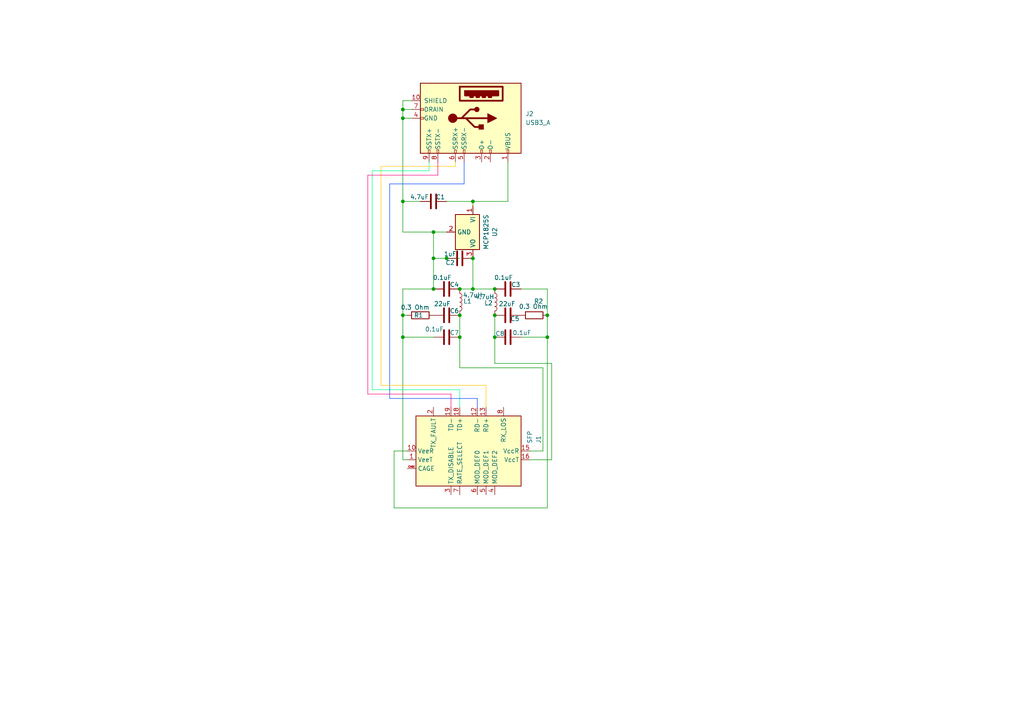
<source format=kicad_sch>
(kicad_sch (version 20250114) (generator "eeschema") (generator_version "9.0")
  (paper "A4")
  (title_block (title "USB_3.0 SFP adapter") (date "2025-07-19") (rev "1.0") (comment 1 "Chris Mayak"))
  (lib_symbols
    (symbol "Connector:USB3_A" (pin_names (offset 1.016))
      (property "Reference" "J" (at -10.16 15.24 0))
      (property "Value" "USB3_A" (at 10.16 15.24 0))
      (symbol "USB3_A_0_0"
        (rectangle (start -9.144 8.636) (end -5.08 -3.81) (stroke (width 0.508)))
        (rectangle (start -7.874 7.366) (end -6.604 -2.286) (stroke (width 0.508)) (fill (type outline)))
        (rectangle (start -6.35 5.334) (end -6.096 4.572) (stroke (width 0.508)))
        (rectangle (start -6.35 3.556) (end -6.096 2.794) (stroke (width 0.508)))
        (rectangle (start -6.35 1.778) (end -6.096 1.016) (stroke (width 0.508)))
        (rectangle (start -6.35 0) (end -6.096 -0.762) (stroke (width 0.508)))
        (rectangle (start -2.794 -15.24) (end -2.286 -14.224))
        (rectangle (start -0.254 -15.24) (end 0.254 -14.224))
        (rectangle (start 10.16 10.414) (end 9.144 9.906))
        (rectangle (start 10.16 5.334) (end 9.144 4.826))
        (rectangle (start 10.16 2.794) (end 9.144 2.286))
        (rectangle (start 10.16 -2.286) (end 9.144 -2.794))
        (rectangle (start 10.16 -4.826) (end 9.144 -5.334))
        (rectangle (start 10.16 -9.906) (end 9.144 -10.414))
        (rectangle (start 10.16 -12.446) (end 9.144 -12.954))
      )
      (symbol "USB3_A_0_1"
        (rectangle (start -10.16 13.97) (end 10.16 -15.24) (stroke (width 0.254)) (fill (type background)))
      )
      (symbol "USB3_A_1_1"
        (circle (center -2.54 1.143) (radius 0.635) (stroke (width 0.254)) (fill (type outline)))
        (polyline (pts (xy -1.27 4.318) (xy 0 6.858) (xy 1.27 4.318) (xy -1.27 4.318)) (stroke (width 0.254)) (fill (type outline)))
        (polyline (pts (xy 0 -2.032) (xy 2.54 0.508) (xy 2.54 1.778)) (stroke (width 0.508)))
        (polyline (pts (xy 0 -3.302) (xy -2.54 -0.762) (xy -2.54 0.508)) (stroke (width 0.508)))
        (polyline (pts (xy 0 -5.842) (xy 0 4.318)) (stroke (width 0.508)))
        (circle (center 0 -5.842) (radius 1.27) (fill (type outline)))
        (rectangle (start 1.905 1.778) (end 3.175 3.048) (stroke (width 0.254)) (fill (type outline)))
        (pin passive line (at -5.08 -17.78 90) (length 2.54) (name "SHIELD") (number "10"))
        (pin passive line (at -2.54 -17.78 90) (length 2.54) (name "DRAIN") (number "7"))
        (pin power_in line (at 0 -17.78 90) (length 2.54) (name "GND") (number "4"))
        (pin power_in line (at 12.7 10.16 180) (length 2.54) (name "VBUS") (number "1"))
        (pin bidirectional line (at 12.7 5.08 180) (length 2.54) (name "D-") (number "2"))
        (pin bidirectional line (at 12.7 2.54 180) (length 2.54) (name "D+") (number "3"))
        (pin output line (at 12.7 -2.54 180) (length 2.54) (name "SSRX-") (number "5"))
        (pin output line (at 12.7 -5.08 180) (length 2.54) (name "SSRX+") (number "6"))
        (pin input line (at 12.7 -10.16 180) (length 2.54) (name "SSTX-") (number "8"))
        (pin input line (at 12.7 -12.7 180) (length 2.54) (name "SSTX+") (number "9"))
      )
    )
    (symbol "Device:C" (pin_numbers (hide yes)) (pin_names (offset 0.254))
      (property "Reference" "C" (at 0.635 2.54 0))
      (property "Value" "C" (at 0.635 -2.54 0))
      (symbol "C_0_1"
        (polyline (pts (xy -2.032 0.762) (xy 2.032 0.762)) (stroke (width 0.508)))
        (polyline (pts (xy -2.032 -0.762) (xy 2.032 -0.762)) (stroke (width 0.508)))
      )
      (symbol "C_1_1"
        (pin passive line (at 0 3.81 270) (length 2.794) (name "~") (number "1"))
        (pin passive line (at 0 -3.81 90) (length 2.794) (name "~") (number "2"))
      )
    )
    (symbol "Device:L" (pin_numbers (hide yes)) (pin_names (offset 1.016) (hide yes))
      (property "Reference" "L" (at -1.27 0 90))
      (property "Value" "L" (at 1.905 0 90))
      (symbol "L_0_1"
        (arc (start 0 2.54) (mid 0.6323 1.905) (end 0 1.27))
        (arc (start 0 1.27) (mid 0.6323 0.635) (end 0 0))
        (arc (start 0 0) (mid 0.6323 -0.635) (end 0 -1.27))
        (arc (start 0 -1.27) (mid 0.6323 -1.905) (end 0 -2.54))
      )
      (symbol "L_1_1"
        (pin passive line (at 0 3.81 270) (length 1.27) (name "1") (number "1"))
        (pin passive line (at 0 -3.81 90) (length 1.27) (name "2") (number "2"))
      )
    )
    (symbol "Device:R" (pin_numbers (hide yes)) (pin_names (offset 0))
      (property "Reference" "R" (at 2.032 0 90))
      (property "Value" "R" (at 0 0 90))
      (symbol "R_0_1"
        (rectangle (start -1.016 -2.54) (end 1.016 2.54) (stroke (width 0.254)))
      )
      (symbol "R_1_1"
        (pin passive line (at 0 3.81 270) (length 1.27) (name "~") (number "1"))
        (pin passive line (at 0 -3.81 90) (length 1.27) (name "~") (number "2"))
      )
    )
    (symbol "Interface_Optical:SFP"
      (property "Reference" "J" (at -8.89 16.51 0))
      (property "Value" "SFP" (at 11.43 16.51 0))
      (symbol "SFP_0_0"
        (rectangle (start -10.16 15.24) (end 10.16 -15.24) (stroke (width 0.254)) (fill (type background)))
      )
      (symbol "SFP_1_1"
        (pin bidirectional line (at -12.7 7.62 0) (length 2.54) (name "MOD_DEF2") (number "4"))
        (pin input line (at -12.7 5.08 0) (length 2.54) (name "MOD_DEF1") (number "5"))
        (pin passive line (at -12.7 2.54 0) (length 2.54) (name "MOD_DEF0") (number "6"))
        (pin input line (at -12.7 -2.54 0) (length 2.54) (name "RATE_SELECT") (number "7"))
        (pin input line (at -12.7 -5.08 0) (length 2.54) (name "TX_DISABLE") (number "3"))
        (pin passive line (at -5.08 -17.78 90) (length 2.54) (name "CAGE") (number "CAGE"))
        (pin power_in line (at -2.54 17.78 270) (length 2.54) (name "VccT") (number "16"))
        (pin power_in line (at -2.54 -17.78 90) (length 2.54) (name "VeeT") (number "1"))
        (pin passive line (at -2.54 -17.78 90) (length 2.54) (hide yes) (name "VeeT") (number "17"))
        (pin passive line (at -2.54 -17.78 90) (length 2.54) (hide yes) (name "VeeT") (number "20"))
        (pin power_in line (at 0 17.78 270) (length 2.54) (name "VccR") (number "15"))
        (pin power_in line (at 0 -17.78 90) (length 2.54) (name "VeeR") (number "10"))
        (pin passive line (at 0 -17.78 90) (length 2.54) (hide yes) (name "VeeR") (number "11"))
        (pin passive line (at 0 -17.78 90) (length 2.54) (hide yes) (name "VeeR") (number "14"))
        (pin passive line (at 0 -17.78 90) (length 2.54) (hide yes) (name "VeeR") (number "9"))
        (pin open_collector line (at 12.7 10.16 180) (length 2.54) (name "RX_LOS") (number "8"))
        (pin output line (at 12.7 5.08 180) (length 2.54) (name "RD+") (number "13"))
        (pin output line (at 12.7 2.54 180) (length 2.54) (name "RD-") (number "12"))
        (pin input line (at 12.7 -2.54 180) (length 2.54) (name "TD+") (number "18"))
        (pin input line (at 12.7 -5.08 180) (length 2.54) (name "TD-") (number "19"))
        (pin open_collector line (at 12.7 -10.16 180) (length 2.54) (name "TX_FAULT") (number "2"))
      )
    )
    (symbol "Regulator_Linear:MCP1825S"
      (property "Reference" "U" (at -3.81 3.175 0))
      (property "Value" "MCP1825S" (at 0 3.175 0))
      (symbol "MCP1825S_0_1"
        (rectangle (start -5.08 1.905) (end 5.08 -5.08) (stroke (width 0.254)) (fill (type background)))
      )
      (symbol "MCP1825S_1_1"
        (pin power_in line (at -7.62 0 0) (length 2.54) (name "VI") (number "1"))
        (pin power_in line (at 0 -7.62 90) (length 2.54) (name "GND") (number "2"))
        (pin power_out line (at 7.62 0 180) (length 2.54) (name "VO") (number "3"))
      )
    )
  )
  (junction (at 125.73 67.31))
  (junction (at 116.84 97.79))
  (junction (at 116.84 58.42))
  (junction (at 129.54 74.93))
  (junction (at 158.75 97.79))
  (junction (at 116.84 91.44))
  (junction (at 116.84 31.75))
  (junction (at 133.35 83.82))
  (junction (at 143.51 97.79))
  (junction (at 137.16 83.82))
  (junction (at 137.16 74.93))
  (junction (at 137.16 58.42))
  (junction (at 158.75 91.44))
  (junction (at 125.73 83.82))
  (junction (at 143.51 91.44))
  (junction (at 133.35 97.79))
  (junction (at 143.51 83.82))
  (junction (at 116.84 34.29))
  (junction (at 133.35 91.44))
  (junction (at 125.73 74.93))
  (wire (pts (xy 116.84 31.75) (xy 116.84 34.29)))
  (wire (pts (xy 118.11 91.44) (xy 116.84 91.44)))
  (wire (pts (xy 125.73 97.79) (xy 116.84 97.79)))
  (wire (pts (xy 140.97 111.76) (xy 110.49 111.76)) (stroke (width 0) (color 255 200 0 1)))
  (wire (pts (xy 130.81 114.3) (xy 106.68 114.3)) (stroke (width 0) (color 255 0 125 1)))
  (wire (pts (xy 158.75 97.79) (xy 158.75 91.44)))
  (wire (pts (xy 118.11 130.81) (xy 114.3 130.81)))
  (wire (pts (xy 106.68 50.8) (xy 127 50.8)) (stroke (width 0) (color 255 0 125 1)))
  (wire (pts (xy 107.95 113.03) (xy 107.95 49.53)) (stroke (width 0) (color 0 255 141 1)))
  (wire (pts (xy 130.81 118.11) (xy 130.81 114.3)) (stroke (width 0) (color 255 0 125 1)))
  (wire (pts (xy 116.84 29.21) (xy 119.38 29.21)))
  (wire (pts (xy 116.84 34.29) (xy 116.84 58.42)))
  (wire (pts (xy 124.46 49.53) (xy 124.46 46.99)) (stroke (width 0) (color 0 255 141 1)))
  (wire (pts (xy 129.54 58.42) (xy 137.16 58.42)))
  (wire (pts (xy 137.16 83.82) (xy 137.16 74.93)))
  (wire (pts (xy 114.3 130.81) (xy 114.3 147.32)))
  (wire (pts (xy 134.62 46.99) (xy 134.62 53.34)) (stroke (width 0) (color 0 70 255 1)))
  (wire (pts (xy 147.32 46.99) (xy 147.32 58.42)))
  (wire (pts (xy 125.73 67.31) (xy 116.84 67.31)))
  (wire (pts (xy 110.49 48.26) (xy 132.08 48.26)) (stroke (width 0) (color 255 200 0 1)))
  (wire (pts (xy 114.3 147.32) (xy 158.75 147.32)))
  (wire (pts (xy 158.75 147.32) (xy 158.75 97.79)))
  (wire (pts (xy 137.16 58.42) (xy 137.16 59.69)))
  (wire (pts (xy 160.02 133.35) (xy 153.67 133.35)))
  (wire (pts (xy 116.84 31.75) (xy 119.38 31.75)))
  (wire (pts (xy 113.03 115.57) (xy 138.43 115.57)) (stroke (width 0) (color 0 70 255 1)))
  (wire (pts (xy 160.02 105.41) (xy 160.02 133.35)))
  (wire (pts (xy 107.95 49.53) (xy 124.46 49.53)) (stroke (width 0) (color 0 255 141 1)))
  (wire (pts (xy 137.16 58.42) (xy 147.32 58.42)))
  (wire (pts (xy 116.84 29.21) (xy 116.84 31.75)))
  (wire (pts (xy 125.73 67.31) (xy 125.73 74.93)))
  (wire (pts (xy 151.13 97.79) (xy 158.75 97.79)))
  (wire (pts (xy 133.35 91.44) (xy 133.35 97.79)))
  (wire (pts (xy 116.84 58.42) (xy 121.92 58.42)))
  (wire (pts (xy 143.51 97.79) (xy 143.51 105.41)))
  (wire (pts (xy 133.35 106.68) (xy 157.48 106.68)))
  (wire (pts (xy 151.13 83.82) (xy 158.75 83.82)))
  (wire (pts (xy 137.16 83.82) (xy 143.51 83.82)))
  (wire (pts (xy 125.73 74.93) (xy 125.73 83.82)))
  (wire (pts (xy 133.35 74.93) (xy 129.54 74.93)))
  (wire (pts (xy 113.03 53.34) (xy 134.62 53.34)) (stroke (width 0) (color 0 70 255 1)))
  (wire (pts (xy 116.84 34.29) (xy 119.38 34.29)))
  (wire (pts (xy 113.03 53.34) (xy 113.03 115.57)) (stroke (width 0) (color 0 70 255 1)))
  (wire (pts (xy 129.54 67.31) (xy 125.73 67.31)))
  (wire (pts (xy 133.35 113.03) (xy 107.95 113.03)) (stroke (width 0) (color 0 255 141 1)))
  (wire (pts (xy 116.84 91.44) (xy 116.84 83.82)))
  (wire (pts (xy 140.97 118.11) (xy 140.97 111.76)) (stroke (width 0) (color 255 200 0 1)))
  (wire (pts (xy 116.84 58.42) (xy 116.84 67.31)))
  (wire (pts (xy 143.51 105.41) (xy 160.02 105.41)))
  (wire (pts (xy 133.35 83.82) (xy 137.16 83.82)))
  (wire (pts (xy 133.35 118.11) (xy 133.35 113.03)) (stroke (width 0) (color 0 255 141 1)))
  (wire (pts (xy 157.48 130.81) (xy 153.67 130.81)))
  (wire (pts (xy 106.68 114.3) (xy 106.68 50.8)) (stroke (width 0) (color 255 0 125 1)))
  (wire (pts (xy 157.48 106.68) (xy 157.48 130.81)))
  (wire (pts (xy 143.51 91.44) (xy 143.51 97.79)))
  (wire (pts (xy 138.43 115.57) (xy 138.43 118.11)) (stroke (width 0) (color 0 70 255 1)))
  (wire (pts (xy 116.84 133.35) (xy 116.84 97.79)))
  (wire (pts (xy 132.08 48.26) (xy 132.08 46.99)) (stroke (width 0) (color 255 200 0 1)))
  (wire (pts (xy 116.84 83.82) (xy 125.73 83.82)))
  (wire (pts (xy 125.73 74.93) (xy 129.54 74.93)))
  (wire (pts (xy 158.75 83.82) (xy 158.75 91.44)))
  (wire (pts (xy 133.35 97.79) (xy 133.35 106.68)))
  (wire (pts (xy 127 50.8) (xy 127 46.99)) (stroke (width 0) (color 255 0 125 1)))
  (wire (pts (xy 118.11 133.35) (xy 116.84 133.35)))
  (wire (pts (xy 110.49 111.76) (xy 110.49 48.26)) (stroke (width 0) (color 255 200 0 1)))
  (wire (pts (xy 116.84 97.79) (xy 116.84 91.44)))
  (symbol (lib_id "Interface_Optical:SFP") (at 135.89 130.81 270) (mirror x) (unit 1)
    (property "Reference" "J1" (at 156.21 128.6667 0) (effects (justify left)))
    (property "Value" "SFP" (at 153.67 128.6667 0) (effects (justify left)))
    (property "Datasheet" "http://www.10gtek.com/templates/wzten/pdf/INF-8074.pdf" (effects (hide yes)))
    (property "Description" "Connector for Small Form Factor Pluggable (SFP) module, 1 Gbit/s, serial-to-serial data-agnostic optical transceiver" (effects (hide yes)))
  )
  (symbol (lib_id "Device:L") (at 133.35 87.63 0) (unit 1)
    (property "Reference" "L1" (at 134.366 87.376 0) (effects (justify left)))
    (property "Value" "4.7uH" (at 139.954 85.598 0) (effects (justify right)))
    (property "Description" "Inductor" (effects (hide yes)))
  )
  (symbol (lib_id "Device:C") (at 125.73 58.42 90) (unit 1)
    (property "Reference" "C1" (at 127.762 57.15 90))
    (property "Value" "4.7uF" (at 121.666 57.15 90))
    (property "Description" "Unpolarized capacitor" (effects (hide yes)))
  )
  (symbol (lib_id "Device:C") (at 129.54 83.82 90) (unit 1)
    (property "Reference" "C4" (at 131.826 82.55 90))
    (property "Value" "0.1uF" (at 128.27 80.518 90))
    (property "Description" "Unpolarized capacitor" (effects (hide yes)))
  )
  (symbol (lib_id "Device:R") (at 154.94 91.44 90) (unit 1)
    (property "Reference" "R2" (at 156.21 87.376 90))
    (property "Value" "0.3 Ohm" (at 154.686 88.9 90))
    (property "Description" "Resistor" (effects (hide yes)))
  )
  (symbol (lib_id "Device:C") (at 147.32 97.79 90) (unit 1)
    (property "Reference" "C8" (at 145.034 96.774 90))
    (property "Value" "0.1uF" (at 151.384 96.52 90))
    (property "Description" "Unpolarized capacitor" (effects (hide yes)))
  )
  (symbol (lib_id "Device:C") (at 133.35 74.93 90) (unit 1)
    (property "Reference" "C2" (at 130.556 76.2 90))
    (property "Value" "1uF" (at 130.556 73.66 90))
    (property "Description" "Unpolarized capacitor" (effects (hide yes)))
  )
  (symbol (lib_id "Connector:USB3_A") (at 137.16 34.29 270) (unit 1)
    (property "Reference" "J2" (at 152.4 33.0199 90) (effects (justify left)))
    (property "Value" "USB3_A" (at 152.4 35.5599 90) (effects (justify left)))
    (property "Description" "USB 3.0 A connector" (effects (hide yes)))
  )
  (symbol (lib_id "Device:C") (at 147.32 83.82 90) (unit 1)
    (property "Reference" "C3" (at 149.606 82.55 90))
    (property "Value" "0.1uF" (at 146.05 80.518 90))
    (property "Description" "Unpolarized capacitor" (effects (hide yes)))
  )
  (symbol (lib_id "Regulator_Linear:MCP1825S") (at 137.16 67.31 270) (unit 1)
    (property "Reference" "U2" (at 143.51 67.31 0))
    (property "Value" "MCP1825S" (at 140.97 67.31 0))
    (property "Datasheet" "http://ww1.microchip.com/downloads/en/devicedoc/22056b.pdf" (effects (hide yes)))
    (property "Description" "500mA, Low-Voltage, Low Quiescent Current LDO Regulator, SOT-223, TO-220, TO-263" (effects (hide yes)))
  )
  (symbol (lib_id "Device:C") (at 129.54 91.44 90) (unit 1)
    (property "Reference" "C6" (at 131.826 90.17 90))
    (property "Value" "22uF" (at 128.27 88.138 90))
    (property "Description" "Unpolarized capacitor" (effects (hide yes)))
  )
  (symbol (lib_id "Device:L") (at 143.51 87.63 0) (unit 1)
    (property "Reference" "L2" (at 140.462 87.884 0) (effects (justify left)))
    (property "Value" "4.7uH" (at 137.668 86.106 0) (effects (justify left)))
    (property "Description" "Inductor" (effects (hide yes)))
  )
  (symbol (lib_id "Device:C") (at 129.54 97.79 90) (unit 1)
    (property "Reference" "C7" (at 131.826 96.52 90))
    (property "Value" "0.1uF" (at 125.984 95.504 90))
    (property "Description" "Unpolarized capacitor" (effects (hide yes)))
  )
  (symbol (lib_id "Device:R") (at 121.92 91.44 90) (unit 1)
    (property "Reference" "R1" (at 121.412 91.44 90))
    (property "Value" "0.3 Ohm" (at 120.396 89.154 90))
    (property "Description" "Resistor" (effects (hide yes)))
  )
  (symbol (lib_id "Device:C") (at 147.32 91.44 90) (unit 1)
    (property "Reference" "C5" (at 149.352 92.456 90))
    (property "Value" "22uF" (at 147.066 88.138 90))
    (property "Description" "Unpolarized capacitor" (effects (hide yes)))
  )
)
</source>
